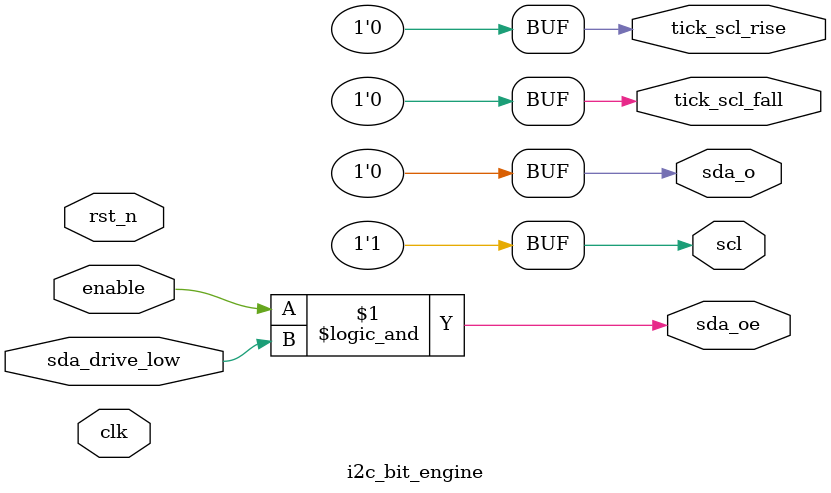
<source format=sv>
`timescale 1ns/1ps

module i2c_bit_engine #(
  parameter int unsigned CLK_DIV = 50
)(
  input  logic clk,
  input  logic rst_n,
  input  logic enable,
  input  logic sda_drive_low,

  output logic scl,
  output logic tick_scl_rise,
  output logic tick_scl_fall,
  output logic sda_o,
  output logic sda_oe
);

  // TODO(section 4): implement SCL divider/toggle and edge tick generation.
  // Starter baseline keeps bus idle and exposes open-drain mapping only.
  assign scl           = 1'b1;
  assign tick_scl_rise = 1'b0;
  assign tick_scl_fall = 1'b0;
  assign sda_o         = 1'b0;
  assign sda_oe        = enable && sda_drive_low;

endmodule

</source>
